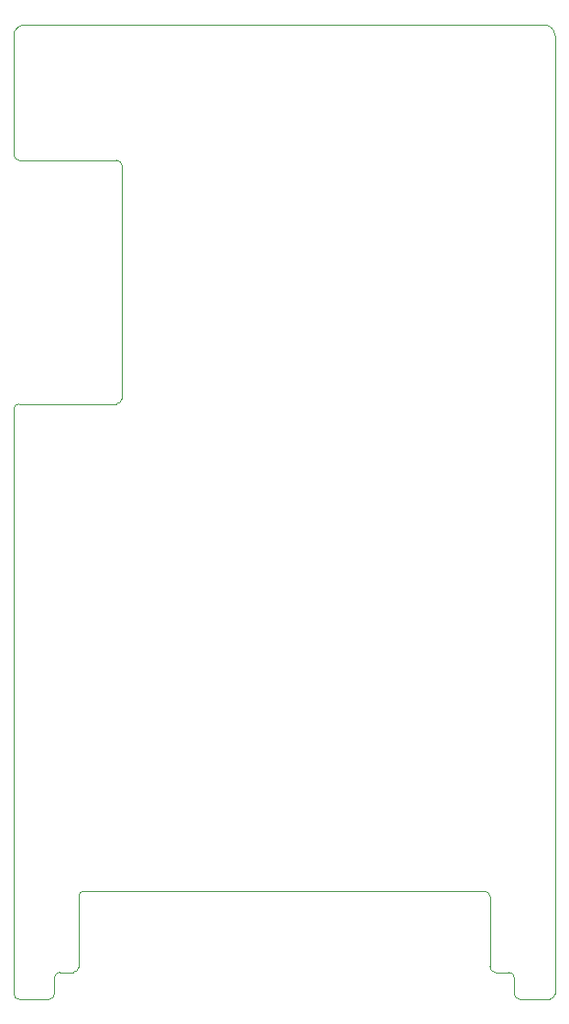
<source format=gbr>
%TF.GenerationSoftware,KiCad,Pcbnew,(5.1.9-0-10_14)*%
%TF.CreationDate,2021-03-07T13:53:49+01:00*%
%TF.ProjectId,ADC Piggy Board,41444320-5069-4676-9779-20426f617264,rev?*%
%TF.SameCoordinates,Original*%
%TF.FileFunction,Profile,NP*%
%FSLAX46Y46*%
G04 Gerber Fmt 4.6, Leading zero omitted, Abs format (unit mm)*
G04 Created by KiCad (PCBNEW (5.1.9-0-10_14)) date 2021-03-07 13:53:49*
%MOMM*%
%LPD*%
G01*
G04 APERTURE LIST*
%TA.AperFunction,Profile*%
%ADD10C,0.050000*%
%TD*%
G04 APERTURE END LIST*
D10*
X125000000Y-62000000D02*
X125000000Y-51000000D01*
X134500000Y-62500000D02*
X125500000Y-62500000D01*
X125500000Y-85000000D02*
X134500000Y-85000000D01*
X125000000Y-85500000D02*
G75*
G02*
X125500000Y-85000000I500000J0D01*
G01*
X135000000Y-84500000D02*
G75*
G02*
X134500000Y-85000000I-500000J0D01*
G01*
X125500000Y-62500000D02*
G75*
G02*
X125000000Y-62000000I0J500000D01*
G01*
X134500000Y-62500000D02*
G75*
G02*
X135000000Y-63000000I0J-500000D01*
G01*
X135000000Y-63000000D02*
X135000000Y-84500000D01*
X174000000Y-50000000D02*
G75*
G02*
X175000000Y-51000000I0J-1000000D01*
G01*
X125000000Y-51000000D02*
G75*
G02*
X126000000Y-50000000I1000000J0D01*
G01*
X175000000Y-139500000D02*
G75*
G02*
X174500000Y-140000000I-500000J0D01*
G01*
X125500000Y-140000000D02*
G75*
G02*
X125000000Y-139500000I0J500000D01*
G01*
X171750000Y-140000000D02*
G75*
G02*
X171250000Y-139500000I0J500000D01*
G01*
X169500000Y-137500000D02*
G75*
G02*
X169000000Y-137000000I0J500000D01*
G01*
X128750000Y-139500000D02*
G75*
G02*
X128250000Y-140000000I-500000J0D01*
G01*
X131000000Y-137000000D02*
G75*
G02*
X130500000Y-137500000I-500000J0D01*
G01*
X168500000Y-130000000D02*
G75*
G02*
X169000000Y-130500000I0J-500000D01*
G01*
X131000000Y-130500000D02*
G75*
G02*
X131500000Y-130000000I500000J0D01*
G01*
X128750000Y-138000000D02*
G75*
G02*
X129250000Y-137500000I500000J0D01*
G01*
X170750000Y-137500000D02*
G75*
G02*
X171250000Y-138000000I0J-500000D01*
G01*
X130500000Y-137500000D02*
X129250000Y-137500000D01*
X131000000Y-130500000D02*
X131000000Y-137000000D01*
X169500000Y-137500000D02*
X170750000Y-137500000D01*
X169000000Y-130500000D02*
X169000000Y-137000000D01*
X128750000Y-138000000D02*
X128750000Y-139500000D01*
X168500000Y-130000000D02*
X131500000Y-130000000D01*
X171250000Y-139500000D02*
X171250000Y-138000000D01*
X174500000Y-140000000D02*
X171750000Y-140000000D01*
X125500000Y-140000000D02*
X128250000Y-140000000D01*
X174000000Y-50000000D02*
X126000000Y-50000000D01*
X175000000Y-139500000D02*
X175000000Y-51000000D01*
X125000000Y-85500000D02*
X125000000Y-139500000D01*
M02*

</source>
